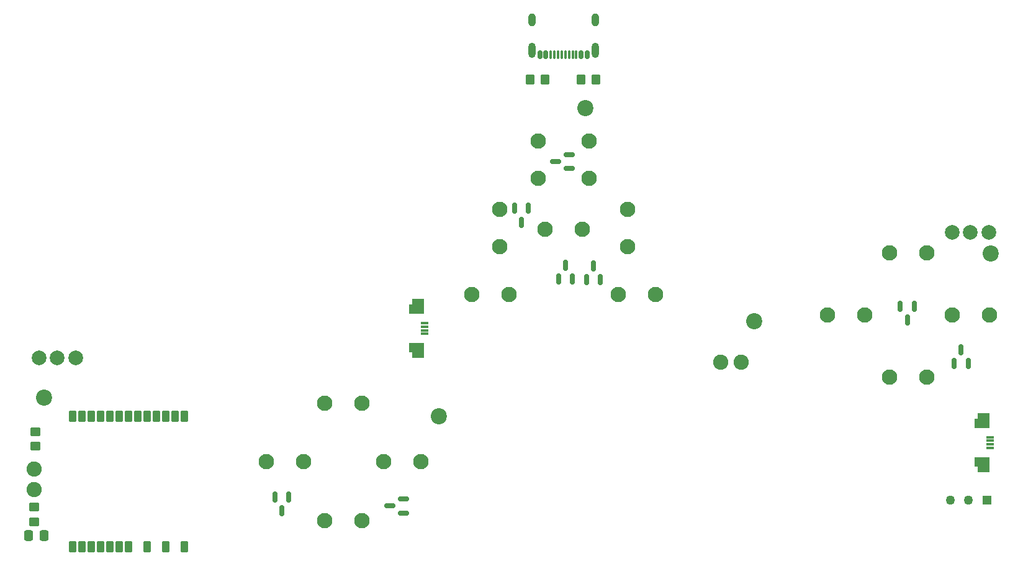
<source format=gbr>
%TF.GenerationSoftware,KiCad,Pcbnew,9.0.2*%
%TF.CreationDate,2025-07-08T14:50:53+02:00*%
%TF.ProjectId,FMControllerSeed,464d436f-6e74-4726-9f6c-6c6572536565,rev?*%
%TF.SameCoordinates,Original*%
%TF.FileFunction,Soldermask,Top*%
%TF.FilePolarity,Negative*%
%FSLAX46Y46*%
G04 Gerber Fmt 4.6, Leading zero omitted, Abs format (unit mm)*
G04 Created by KiCad (PCBNEW 9.0.2) date 2025-07-08 14:50:53*
%MOMM*%
%LPD*%
G01*
G04 APERTURE LIST*
G04 Aperture macros list*
%AMRoundRect*
0 Rectangle with rounded corners*
0 $1 Rounding radius*
0 $2 $3 $4 $5 $6 $7 $8 $9 X,Y pos of 4 corners*
0 Add a 4 corners polygon primitive as box body*
4,1,4,$2,$3,$4,$5,$6,$7,$8,$9,$2,$3,0*
0 Add four circle primitives for the rounded corners*
1,1,$1+$1,$2,$3*
1,1,$1+$1,$4,$5*
1,1,$1+$1,$6,$7*
1,1,$1+$1,$8,$9*
0 Add four rect primitives between the rounded corners*
20,1,$1+$1,$2,$3,$4,$5,0*
20,1,$1+$1,$4,$5,$6,$7,0*
20,1,$1+$1,$6,$7,$8,$9,0*
20,1,$1+$1,$8,$9,$2,$3,0*%
%AMFreePoly0*
4,1,7,1.050000,-0.975000,-0.250000,-0.975000,-0.250000,-0.625000,-1.050000,-0.625000,-1.050000,0.975000,1.050000,0.975000,1.050000,-0.975000,1.050000,-0.975000,$1*%
%AMFreePoly1*
4,1,7,1.050000,-0.625000,0.250000,-0.625000,0.250000,-0.975000,-1.050000,-0.975000,-1.050000,0.975000,1.050000,0.975000,1.050000,-0.625000,1.050000,-0.625000,$1*%
G04 Aperture macros list end*
%ADD10C,2.100000*%
%ADD11RoundRect,0.150000X0.587500X0.150000X-0.587500X0.150000X-0.587500X-0.150000X0.587500X-0.150000X0*%
%ADD12RoundRect,0.150000X0.150000X-0.587500X0.150000X0.587500X-0.150000X0.587500X-0.150000X-0.587500X0*%
%ADD13R,1.270000X1.270000*%
%ADD14C,1.270000*%
%ADD15C,2.076200*%
%ADD16RoundRect,0.075000X-0.475000X0.075000X-0.475000X-0.075000X0.475000X-0.075000X0.475000X0.075000X0*%
%ADD17FreePoly0,270.000000*%
%ADD18FreePoly1,270.000000*%
%ADD19RoundRect,0.250000X0.350000X0.450000X-0.350000X0.450000X-0.350000X-0.450000X0.350000X-0.450000X0*%
%ADD20RoundRect,0.269050X0.269050X0.519050X-0.269050X0.519050X-0.269050X-0.519050X0.269050X-0.519050X0*%
%ADD21RoundRect,0.269050X-0.269050X-0.519050X0.269050X-0.519050X0.269050X0.519050X-0.269050X0.519050X0*%
%ADD22C,2.200000*%
%ADD23RoundRect,0.250000X0.337500X0.475000X-0.337500X0.475000X-0.337500X-0.475000X0.337500X-0.475000X0*%
%ADD24RoundRect,0.250000X-0.350000X-0.450000X0.350000X-0.450000X0.350000X0.450000X-0.350000X0.450000X0*%
%ADD25RoundRect,0.150000X-0.150000X0.587500X-0.150000X-0.587500X0.150000X-0.587500X0.150000X0.587500X0*%
%ADD26RoundRect,0.150000X0.150000X0.425000X-0.150000X0.425000X-0.150000X-0.425000X0.150000X-0.425000X0*%
%ADD27RoundRect,0.075000X0.075000X0.500000X-0.075000X0.500000X-0.075000X-0.500000X0.075000X-0.500000X0*%
%ADD28O,1.000000X2.100000*%
%ADD29O,1.000000X1.800000*%
%ADD30RoundRect,0.250000X-0.450000X0.350000X-0.450000X-0.350000X0.450000X-0.350000X0.450000X0.350000X0*%
%ADD31C,2.000000*%
G04 APERTURE END LIST*
D10*
%TO.C,StickL2*%
X144568248Y-74540000D03*
X144568248Y-69460000D03*
%TD*%
D11*
%TO.C,D7*%
X126227500Y-120152500D03*
X126227500Y-118252500D03*
X124352500Y-119202500D03*
%TD*%
D12*
%TO.C,D3*%
X147330000Y-88260000D03*
X149230000Y-88260000D03*
X148280000Y-86385000D03*
%TD*%
D10*
%TO.C,BumperL1*%
X139292937Y-83872751D03*
X139292937Y-78792751D03*
%TD*%
D13*
%TO.C,SW17*%
X205760000Y-118380000D03*
D14*
X203260000Y-118380000D03*
X200760000Y-118380000D03*
%TD*%
D15*
%TO.C,U3*%
X75830000Y-116980000D03*
X75830000Y-114180000D03*
%TD*%
%TO.C,U2*%
X169480000Y-99630000D03*
X172280000Y-99630000D03*
%TD*%
D16*
%TO.C,StickR1*%
X206230000Y-109810000D03*
X206230000Y-110310000D03*
X206230000Y-110810000D03*
X206230000Y-111310000D03*
D17*
X205105000Y-107560000D03*
D18*
X205105000Y-113560000D03*
%TD*%
D10*
%TO.C,BumperR1*%
X156775311Y-83872751D03*
X156775311Y-78792751D03*
%TD*%
D19*
%TO.C,R4*%
X152440000Y-61050000D03*
X150440000Y-61050000D03*
%TD*%
D10*
%TO.C,B1*%
X201012488Y-93182858D03*
X206092488Y-93182858D03*
%TD*%
D20*
%TO.C,U1*%
X96350000Y-106970000D03*
X93810000Y-106970000D03*
X91270000Y-106970000D03*
D21*
X91270000Y-124750000D03*
D20*
X88730000Y-106970000D03*
X86190000Y-106970000D03*
D21*
X96350000Y-124750000D03*
D20*
X83650000Y-106970000D03*
D21*
X83650000Y-124750000D03*
X86190000Y-124750000D03*
X88730000Y-124750000D03*
D20*
X82380000Y-106970000D03*
D21*
X82380000Y-124750000D03*
X84920000Y-124750000D03*
X87460000Y-124750000D03*
D20*
X95080000Y-106970000D03*
X92540000Y-106970000D03*
X90000000Y-106970000D03*
X87460000Y-106970000D03*
X84920000Y-106970000D03*
X81110000Y-106970000D03*
D21*
X81110000Y-124750000D03*
X93810000Y-124750000D03*
%TD*%
D22*
%TO.C,REF\u002A\u002A*%
X77160000Y-104460000D03*
%TD*%
D12*
%TO.C,D4*%
X151170000Y-88330000D03*
X153070000Y-88330000D03*
X152120000Y-86455000D03*
%TD*%
D10*
%TO.C,Home1*%
X145494224Y-81486626D03*
X150574224Y-81486626D03*
%TD*%
%TO.C,StickR2*%
X151500000Y-74540000D03*
X151500000Y-69460000D03*
%TD*%
%TO.C,Start1*%
X155493736Y-90382830D03*
X160573736Y-90382830D03*
%TD*%
D16*
%TO.C,StickL1*%
X129125000Y-94250000D03*
X129125000Y-94750000D03*
X129125000Y-95250000D03*
X129125000Y-95750000D03*
D17*
X128000000Y-92000000D03*
D18*
X128000000Y-98000000D03*
%TD*%
D10*
%TO.C,LEFT1*%
X107459565Y-113182532D03*
X112539565Y-113182532D03*
%TD*%
D12*
%TO.C,D5*%
X201322500Y-99815000D03*
X203222500Y-99815000D03*
X202272500Y-97940000D03*
%TD*%
D10*
%TO.C,A1*%
X192527472Y-101667529D03*
X197607472Y-101667529D03*
%TD*%
D11*
%TO.C,D2*%
X148837500Y-73200000D03*
X148837500Y-71300000D03*
X146962500Y-72250000D03*
%TD*%
D23*
%TO.C,C1*%
X77157500Y-123190000D03*
X75082500Y-123190000D03*
%TD*%
D10*
%TO.C,RIGHT1*%
X123459348Y-113182532D03*
X128539348Y-113182532D03*
%TD*%
%TO.C,Y1*%
X192527797Y-84697516D03*
X197607797Y-84697516D03*
%TD*%
D24*
%TO.C,R3*%
X143480000Y-61050000D03*
X145480000Y-61050000D03*
%TD*%
D25*
%TO.C,D8*%
X110550000Y-117972500D03*
X108650000Y-117972500D03*
X109600000Y-119847500D03*
%TD*%
D26*
%TO.C,J1*%
X151233509Y-57688509D03*
X150433509Y-57688509D03*
D27*
X149283509Y-57688509D03*
X148283509Y-57688509D03*
X147783509Y-57688509D03*
X146783509Y-57688509D03*
D26*
X145633509Y-57688509D03*
X144833509Y-57688509D03*
X144833509Y-57688509D03*
X145633509Y-57688509D03*
D27*
X146283509Y-57688509D03*
X147283509Y-57688509D03*
X148783509Y-57688509D03*
X149783509Y-57688509D03*
D26*
X150433509Y-57688509D03*
X151233509Y-57688509D03*
D28*
X152353509Y-57113509D03*
D29*
X152353509Y-52933509D03*
D28*
X143713509Y-57113509D03*
D29*
X143713509Y-52933509D03*
%TD*%
D10*
%TO.C,DOWN1*%
X115459348Y-121182532D03*
X120539348Y-121182532D03*
%TD*%
D22*
%TO.C,REF\u002A\u002A*%
X206290000Y-84810000D03*
%TD*%
%TO.C,REF\u002A\u002A*%
X174000000Y-94000000D03*
%TD*%
D25*
%TO.C,D1*%
X143220000Y-78642500D03*
X141320000Y-78642500D03*
X142270000Y-80517500D03*
%TD*%
D30*
%TO.C,R2*%
X75830000Y-119350000D03*
X75830000Y-121350000D03*
%TD*%
D22*
%TO.C,REF\u002A\u002A*%
X131000000Y-107000000D03*
%TD*%
D30*
%TO.C,R1*%
X76010000Y-109050000D03*
X76010000Y-111050000D03*
%TD*%
D10*
%TO.C,Select1*%
X135494224Y-90382341D03*
X140574224Y-90382341D03*
%TD*%
D22*
%TO.C,REF\u002A\u002A*%
X151000000Y-65000000D03*
%TD*%
D25*
%TO.C,D6*%
X195875000Y-92012500D03*
X193975000Y-92012500D03*
X194925000Y-93887500D03*
%TD*%
D10*
%TO.C,UP1*%
X115459022Y-105182858D03*
X120539022Y-105182858D03*
%TD*%
%TO.C,X1*%
X184041823Y-93182858D03*
X189121823Y-93182858D03*
%TD*%
D31*
%TO.C,TriggerL1*%
X81500000Y-99000000D03*
X79000000Y-99000000D03*
X76500000Y-99000000D03*
%TD*%
%TO.C,TriggerR1*%
X206017934Y-81930715D03*
X203517934Y-81930715D03*
X201017934Y-81930715D03*
%TD*%
M02*

</source>
